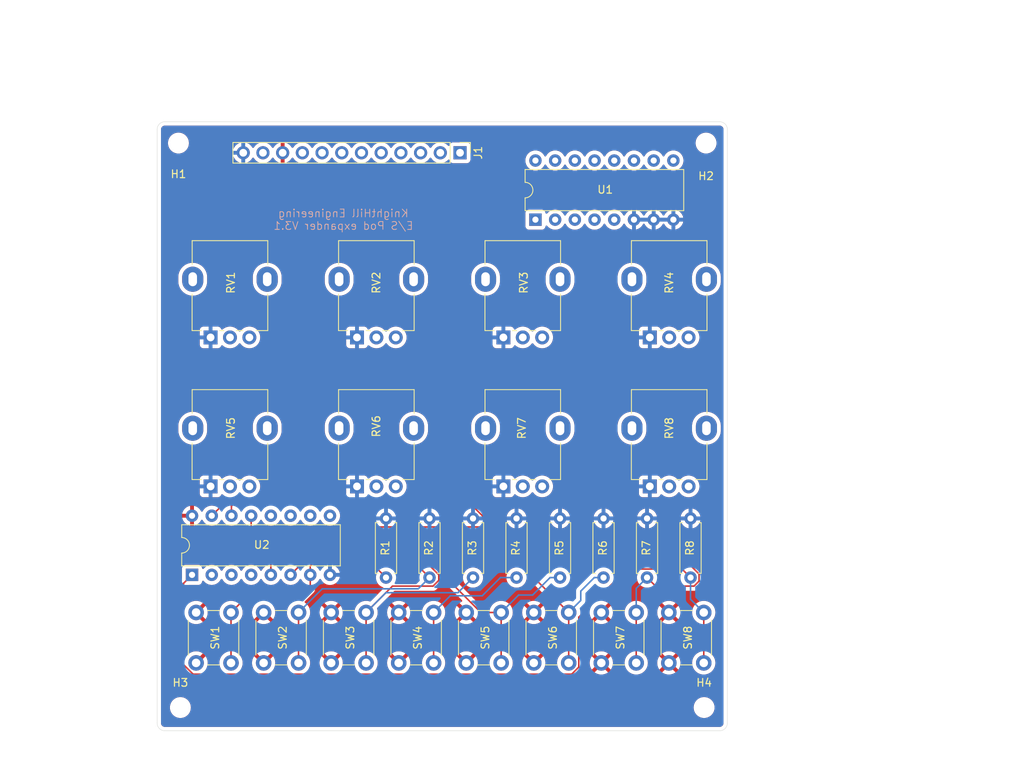
<source format=kicad_pcb>
(kicad_pcb (version 20221018) (generator pcbnew)
  (layers (0 "F.Cu" signal) (31 "B.Cu" signal) (36 "B.SilkS" user "B.Silkscreen") (37 "F.SilkS" user "F.Silkscreen") (38 "B.Mask" user) (39 "F.Mask" user) (44 "Edge.Cuts" user))
  (net 0 "")
  (net 1 "/D11")
  (net 2 "/D12")
  (net 3 "/A7{slash}D22")
  (net 4 "/A1{slash}D16")
  (net 5 "VDDA")
  (net 6 "VDD")
  (net 7 "/VIN")
  (net 8 "GND")
  (net 9 "/RV1")
  (net 10 "/RV2")
  (net 11 "/RV3")
  (net 12 "/RV4")
  (net 13 "/RV5")
  (net 14 "/RV6")
  (net 16 "/RV7")
  (net 17 "/RV8")
  (net 21 "/SW1")
  (net 22 "/SW2")
  (net 23 "/SW3")
  (net 24 "/SW4")
  (net 25 "/SW5")
  (net 26 "/SW6")
  (net 27 "/SW7")
  (net 28 "/SW8")
  (net 29 "/A")
  (net 30 "/B")
  (net 31 "/C")
  (net 32 "/CP")
  (footprint "Button_Switch_THT:SW_PUSH_6mm" (layer "F.Cu") (at 176.20429 155.44 90)
    (fp_text reference "SW8" (at 3.25 2.45429 90) (layer "F.SilkS"))
    (fp_text value "SW_Push")
    (fp_line (start -0.25 1.5) (end -0.25 3) (stroke (width 0.12)) (layer "F.SilkS"))
    (fp_line (start 1 5.5) (end 5.5 5.5) (stroke (width 0.12)) (layer "F.SilkS"))
    (fp_line (start 5.5 -1) (end 1 -1) (stroke (width 0.12)) (layer "F.SilkS"))
    (fp_line (start 6.75 3) (end 6.75 1.5) (stroke (width 0.12)) (layer "F.SilkS"))
    (pad "1" thru_hole circle (at 0 0 180) (size 2 2) (drill 1.1) (layers "*.Cu" "*.Mask") (net 6 "VDD"))
    (pad "1" thru_hole circle (at 6.5 0 180) (size 2 2) (drill 1.1) (layers "*.Cu" "*.Mask") (net 6 "VDD"))
    (pad "2" thru_hole circle (at 0 4.5 180) (size 2 2) (drill 1.1) (layers "*.Cu" "*.Mask") (net 28 "/SW8"))
    (pad "2" thru_hole circle (at 6.5 4.5 180) (size 2 2) (drill 1.1) (layers "*.Cu" "*.Mask") (net 28 "/SW8"))
  )
  (footprint "Button_Switch_THT:SW_PUSH_6mm" (layer "F.Cu") (at 123.978575 155.44 90)
    (fp_text reference "SW2" (at 3.25 2.45429 90) (layer "F.SilkS"))
    (fp_text value "SW_Push")
    (fp_line (start -0.25 1.5) (end -0.25 3) (stroke (width 0.12)) (layer "F.SilkS"))
    (fp_line (start 1 5.5) (end 5.5 5.5) (stroke (width 0.12)) (layer "F.SilkS"))
    (fp_line (start 5.5 -1) (end 1 -1) (stroke (width 0.12)) (layer "F.SilkS"))
    (fp_line (start 6.75 3) (end 6.75 1.5) (stroke (width 0.12)) (layer "F.SilkS"))
    (pad "1" thru_hole circle (at 0 0 180) (size 2 2) (drill 1.1) (layers "*.Cu" "*.Mask") (net 6 "VDD"))
    (pad "1" thru_hole circle (at 6.5 0 180) (size 2 2) (drill 1.1) (layers "*.Cu" "*.Mask") (net 6 "VDD"))
    (pad "2" thru_hole circle (at 0 4.5 180) (size 2 2) (drill 1.1) (layers "*.Cu" "*.Mask") (net 22 "/SW2"))
    (pad "2" thru_hole circle (at 6.5 4.5 180) (size 2 2) (drill 1.1) (layers "*.Cu" "*.Mask") (net 22 "/SW2"))
  )
  (footprint "Potentiometer_THT:Potentiometer_Alpha_RD901F-40-00D_Single_Vertical" (layer "F.Cu") (at 136.01 132.69 90)
    (fp_text reference "RV6" (at 7.75 2.49 90) (layer "F.SilkS"))
    (fp_text value "10k")
    (fp_line (start 0.88 -2.38) (end 5.6 -2.38) (stroke (width 0.12)) (layer "F.SilkS"))
    (fp_line (start 0.88 -1.19) (end 0.88 -2.37) (stroke (width 0.12)) (layer "F.SilkS"))
    (fp_line (start 0.88 1.71) (end 0.88 1.18) (stroke (width 0.12)) (layer "F.SilkS"))
    (fp_line (start 0.88 4.16) (end 0.88 3.33) (stroke (width 0.12)) (layer "F.SilkS"))
    (fp_line (start 0.88 7.37) (end 0.88 5.88) (stroke (width 0.12)) (layer "F.SilkS"))
    (fp_line (start 0.88 7.37) (end 5.6 7.37) (stroke (width 0.12)) (layer "F.SilkS"))
    (fp_line (start 9.41 -2.37) (end 12.47 -2.37) (stroke (width 0.12)) (layer "F.SilkS"))
    (fp_line (start 9.41 7.37) (end 12.47 7.37) (stroke (width 0.12)) (layer "F.SilkS"))
    (fp_line (start 12.47 7.37) (end 12.47 -2.37) (stroke (width 0.12)) (layer "F.SilkS"))
    (pad "" thru_hole oval (at 7.5 -2.3 180) (size 2.72 3.24) (drill oval 1.1 1.8) (layers "*.Cu" "*.Mask"))
    (pad "" thru_hole oval (at 7.5 7.3 180) (size 2.72 3.24) (drill oval 1.1 1.8) (layers "*.Cu" "*.Mask"))
    (pad "1" thru_hole rect (at 0 0 180) (size 1.8 1.8) (drill 1) (layers "*.Cu" "*.Mask") (net 8 "GND"))
    (pad "2" thru_hole circle (at 0 2.5 180) (size 1.8 1.8) (drill 1) (layers "*.Cu" "*.Mask") (net 14 "/RV6"))
    (pad "3" thru_hole circle (at 0 5 180) (size 1.8 1.8) (drill 1) (layers "*.Cu" "*.Mask") (net 5 "VDDA"))
  )
  (footprint "Button_Switch_THT:SW_PUSH_6mm" (layer "F.Cu") (at 115.27429 155.44 90)
    (fp_text reference "SW1" (at 3.25 2.45429 90) (layer "F.SilkS"))
    (fp_text value "SW_Push")
    (fp_line (start -0.25 1.5) (end -0.25 3) (stroke (width 0.12)) (layer "F.SilkS"))
    (fp_line (start 1 5.5) (end 5.5 5.5) (stroke (width 0.12)) (layer "F.SilkS"))
    (fp_line (start 5.5 -1) (end 1 -1) (stroke (width 0.12)) (layer "F.SilkS"))
    (fp_line (start 6.75 3) (end 6.75 1.5) (stroke (width 0.12)) (layer "F.SilkS"))
    (pad "1" thru_hole circle (at 0 0 180) (size 2 2) (drill 1.1) (layers "*.Cu" "*.Mask") (net 6 "VDD"))
    (pad "1" thru_hole circle (at 6.5 0 180) (size 2 2) (drill 1.1) (layers "*.Cu" "*.Mask") (net 6 "VDD"))
    (pad "2" thru_hole circle (at 0 4.5 180) (size 2 2) (drill 1.1) (layers "*.Cu" "*.Mask") (net 21 "/SW1"))
    (pad "2" thru_hole circle (at 6.5 4.5 180) (size 2 2) (drill 1.1) (layers "*.Cu" "*.Mask") (net 21 "/SW1"))
  )
  (footprint "Resistor_THT:R_Axial_DIN0207_L6.3mm_D2.5mm_P7.62mm_Horizontal" (layer "F.Cu") (at 167.78571 144.44 90)
    (fp_text reference "R6" (at 3.81 -0.091425 90) (layer "F.SilkS"))
    (fp_text value "10k")
    (fp_line (start 0.54 -1.37) (end 7.08 -1.37) (stroke (width 0.12)) (layer "F.SilkS"))
    (fp_line (start 0.54 -1.04) (end 0.54 -1.37) (stroke (width 0.12)) (layer "F.SilkS"))
    (fp_line (start 0.54 1.04) (end 0.54 1.37) (stroke (width 0.12)) (layer "F.SilkS"))
    (fp_line (start 0.54 1.37) (end 7.08 1.37) (stroke (width 0.12)) (layer "F.SilkS"))
    (fp_line (start 7.08 -1.37) (end 7.08 -1.04) (stroke (width 0.12)) (layer "F.SilkS"))
    (fp_line (start 7.08 1.37) (end 7.08 1.04) (stroke (width 0.12)) (layer "F.SilkS"))
    (pad "1" thru_hole circle (at 0 0 90) (size 1.6 1.6) (drill 0.8) (layers "*.Cu" "*.Mask") (net 26 "/SW6"))
    (pad "2" thru_hole oval (at 7.62 0 90) (size 1.6 1.6) (drill 0.8) (layers "*.Cu" "*.Mask") (net 8 "GND"))
  )
  (footprint "Package_DIP:DIP-16_W7.62mm" (layer "F.Cu") (at 159.01 98.31 90)
    (fp_text reference "U1" (at 3.87 8.99 180) (layer "F.SilkS"))
    (fp_text value "4051")
    (fp_line (start 1.16 -1.33) (end 1.16 19.11) (stroke (width 0.12)) (layer "F.SilkS"))
    (fp_line (start 1.16 19.11) (end 6.46 19.11) (stroke (width 0.12)) (layer "F.SilkS"))
    (fp_line (start 2.81 -1.33) (end 1.16 -1.33) (stroke (width 0.12)) (layer "F.SilkS"))
    (fp_line (start 6.46 -1.33) (end 4.81 -1.33) (stroke (width 0.12)) (layer "F.SilkS"))
    (fp_line (start 6.46 19.11) (end 6.46 -1.33) (stroke (width 0.12)) (layer "F.SilkS"))
    (fp_arc (start 4.81 -1.33) (mid 3.81 -0.33) (end 2.81 -1.33) (stroke (width 0.12)) (layer "F.SilkS"))
    (pad "1" thru_hole rect (at 0 0 90) (size 1.6 1.6) (drill 0.8) (layers "*.Cu" "*.Mask") (net 9 "/RV1"))
    (pad "2" thru_hole oval (at 0 2.54 90) (size 1.6 1.6) (drill 0.8) (layers "*.Cu" "*.Mask") (net 11 "/RV3"))
    (pad "3" thru_hole oval (at 0 5.08 90) (size 1.6 1.6) (drill 0.8) (layers "*.Cu" "*.Mask"))
    (pad "4" thru_hole oval (at 0 7.62 90) (size 1.6 1.6) (drill 0.8) (layers "*.Cu" "*.Mask") (net 12 "/RV4"))
    (pad "5" thru_hole oval (at 0 10.16 90) (size 1.6 1.6) (drill 0.8) (layers "*.Cu" "*.Mask") (net 10 "/RV2"))
    (pad "6" thru_hole oval (at 0 12.7 90) (size 1.6 1.6) (drill 0.8) (layers "*.Cu" "*.Mask") (net 8 "GND"))
    (pad "7" thru_hole oval (at 0 15.24 90) (size 1.6 1.6) (drill 0.8) (layers "*.Cu" "*.Mask") (net 8 "GND"))
    (pad "8" thru_hole oval (at 0 17.78 90) (size 1.6 1.6) (drill 0.8) (layers "*.Cu" "*.Mask") (net 8 "GND"))
    (pad "9" thru_hole oval (at 7.62 17.78 90) (size 1.6 1.6) (drill 0.8) (layers "*.Cu" "*.Mask") (net 31 "/C"))
    (pad "10" thru_hole oval (at 7.62 15.24 90) (size 1.6 1.6) (drill 0.8) (layers "*.Cu" "*.Mask") (net 30 "/B"))
    (pad "11" thru_hole oval (at 7.62 12.7 90) (size 1.6 1.6) (drill 0.8) (layers "*.Cu" "*.Mask") (net 29 "/A"))
    (pad "12" thru_hole oval (at 7.62 10.16 90) (size 1.6 1.6) (drill 0.8) (layers "*.Cu" "*.Mask") (net 13 "/RV5"))
    (pad "13" thru_hole oval (at 7.62 7.62 90) (size 1.6 1.6) (drill 0.8) (layers "*.Cu" "*.Mask") (net 14 "/RV6"))
    (pad "14" thru_hole oval (at 7.62 5.08 90) (size 1.6 1.6) (drill 0.8) (layers "*.Cu" "*.Mask") (net 16 "/RV7"))
    (pad "15" thru_hole oval (at 7.62 2.54 90) (size 1.6 1.6) (drill 0.8) (layers "*.Cu" "*.Mask") (net 17 "/RV8"))
    (pad "16" thru_hole oval (at 7.62 0 90) (size 1.6 1.6) (drill 0.8) (layers "*.Cu" "*.Mask") (net 5 "VDDA"))
  )
  (footprint "Button_Switch_THT:SW_PUSH_6mm" (layer "F.Cu") (at 158.795715 155.44 90)
    (fp_text reference "SW6" (at 3.25 2.45429 90) (layer "F.SilkS"))
    (fp_text value "SW_Push")
    (fp_line (start -0.25 1.5) (end -0.25 3) (stroke (width 0.12)) (layer "F.SilkS"))
    (fp_line (start 1 5.5) (end 5.5 5.5) (stroke (width 0.12)) (layer "F.SilkS"))
    (fp_line (start 5.5 -1) (end 1 -1) (stroke (width 0.12)) (layer "F.SilkS"))
    (fp_line (start 6.75 3) (end 6.75 1.5) (stroke (width 0.12)) (layer "F.SilkS"))
    (pad "1" thru_hole circle (at 0 0 180) (size 2 2) (drill 1.1) (layers "*.Cu" "*.Mask") (net 6 "VDD"))
    (pad "1" thru_hole circle (at 6.5 0 180) (size 2 2) (drill 1.1) (layers "*.Cu" "*.Mask") (net 6 "VDD"))
    (pad "2" thru_hole circle (at 0 4.5 180) (size 2 2) (drill 1.1) (layers "*.Cu" "*.Mask") (net 26 "/SW6"))
    (pad "2" thru_hole circle (at 6.5 4.5 180) (size 2 2) (drill 1.1) (layers "*.Cu" "*.Mask") (net 26 "/SW6"))
  )
  (footprint "Resistor_THT:R_Axial_DIN0207_L6.3mm_D2.5mm_P7.62mm_Horizontal" (layer "F.Cu") (at 179 144.44 90)
    (fp_text reference "R8" (at 3.81 -0.091425 90) (layer "F.SilkS"))
    (fp_text value "10k")
    (fp_line (start 0.54 -1.37) (end 7.08 -1.37) (stroke (width 0.12)) (layer "F.SilkS"))
    (fp_line (start 0.54 -1.04) (end 0.54 -1.37) (stroke (width 0.12)) (layer "F.SilkS"))
    (fp_line (start 0.54 1.04) (end 0.54 1.37) (stroke (width 0.12)) (layer "F.SilkS"))
    (fp_line (start 0.54 1.37) (end 7.08 1.37) (stroke (width 0.12)) (layer "F.SilkS"))
    (fp_line (start 7.08 -1.37) (end 7.08 -1.04) (stroke (width 0.12)) (layer "F.SilkS"))
    (fp_line (start 7.08 1.37) (end 7.08 1.04) (stroke (width 0.12)) (layer "F.SilkS"))
    (pad "1" thru_hole circle (at 0 0 90) (size 1.6 1.6) (drill 0.8) (layers "*.Cu" "*.Mask") (net 28 "/SW8"))
    (pad "2" thru_hole oval (at 7.62 0 90) (size 1.6 1.6) (drill 0.8) (layers "*.Cu" "*.Mask") (net 8 "GND"))
  )
  (footprint "MountingHole:MountingHole_2.2mm_M2" (layer "F.Cu") (at 113 88.44)
    (fp_text reference "H1" (at 0 4) (layer "F.SilkS"))
    (fp_text value "MountingHole")
    (pad "" np_thru_hole circle (at 0 0) (size 2.2 2.2) (drill 2.2) (layers "*.Cu" "*.Mask"))
  )
  (footprint "Potentiometer_THT:Potentiometer_Alpha_RD901F-40-00D_Single_Vertical" (layer "F.Cu") (at 173.75 132.69 90)
    (fp_text reference "RV8" (at 7.5 2.5 90) (layer "F.SilkS"))
    (fp_text value "10k")
    (fp_line (start 0.88 -2.38) (end 5.6 -2.38) (stroke (width 0.12)) (layer "F.SilkS"))
    (fp_line (start 0.88 -1.19) (end 0.88 -2.37) (stroke (width 0.12)) (layer "F.SilkS"))
    (fp_line (start 0.88 1.71) (end 0.88 1.18) (stroke (width 0.12)) (layer "F.SilkS"))
    (fp_line (start 0.88 4.16) (end 0.88 3.33) (stroke (width 0.12)) (layer "F.SilkS"))
    (fp_line (start 0.88 7.37) (end 0.88 5.88) (stroke (width 0.12)) (layer "F.SilkS"))
    (fp_line (start 0.88 7.37) (end 5.6 7.37) (stroke (width 0.12)) (layer "F.SilkS"))
    (fp_line (start 9.41 -2.37) (end 12.47 -2.37) (stroke (width 0.12)) (layer "F.SilkS"))
    (fp_line (start 9.41 7.37) (end 12.47 7.37) (stroke (width 0.12)) (layer "F.SilkS"))
    (fp_line (start 12.47 7.37) (end 12.47 -2.37) (stroke (width 0.12)) (layer "F.SilkS"))
    (pad "" thru_hole oval (at 7.5 -2.3 180) (size 2.72 3.24) (drill oval 1.1 1.8) (layers "*.Cu" "*.Mask"))
    (pad "" thru_hole oval (at 7.5 7.3 180) (size 2.72 3.24) (drill oval 1.1 1.8) (layers "*.Cu" "*.Mask"))
    (pad "1" thru_hole rect (at 0 0 180) (size 1.8 1.8) (drill 1) (layers "*.Cu" "*.Mask") (net 8 "GND"))
    (pad "2" thru_hole circle (at 0 2.5 180) (size 1.8 1.8) (drill 1) (layers "*.Cu" "*.Mask") (net 17 "/RV8"))
    (pad "3" thru_hole circle (at 0 5 180) (size 1.8 1.8) (drill 1) (layers "*.Cu" "*.Mask") (net 5 "VDDA"))
  )
  (footprint "MountingHole:MountingHole_2.2mm_M2" (layer "F.Cu") (at 113.25 161.19)
    (fp_text reference "H3" (at 0 -3.2) (layer "F.SilkS"))
    (fp_text value "MountingHole")
    (pad "" np_thru_hole circle (at 0 0) (size 2.2 2.2) (drill 2.2) (layers "*.Cu" "*.Mask"))
  )
  (footprint "Potentiometer_THT:Potentiometer_Alpha_RD901F-40-00D_Single_Vertical" (layer "F.Cu") (at 117.14 113.49 90)
    (fp_text reference "RV1" (at 7.05 2.61 90) (layer "F.SilkS"))
    (fp_text value "10k")
    (fp_line (start 0.88 -2.38) (end 5.6 -2.38) (stroke (width 0.12)) (layer "F.SilkS"))
    (fp_line (start 0.88 -1.19) (end 0.88 -2.37) (stroke (width 0.12)) (layer "F.SilkS"))
    (fp_line (start 0.88 1.71) (end 0.88 1.18) (stroke (width 0.12)) (layer "F.SilkS"))
    (fp_line (start 0.88 4.16) (end 0.88 3.33) (stroke (width 0.12)) (layer "F.SilkS"))
    (fp_line (start 0.88 7.37) (end 0.88 5.88) (stroke (width 0.12)) (layer "F.SilkS"))
    (fp_line (start 0.88 7.37) (end 5.6 7.37) (stroke (width 0.12)) (layer "F.SilkS"))
    (fp_line (start 9.41 -2.37) (end 12.47 -2.37) (stroke (width 0.12)) (layer "F.SilkS"))
    (fp_line (start 9.41 7.37) (end 12.47 7.37) (stroke (width 0.12)) (layer "F.SilkS"))
    (fp_line (start 12.47 7.37) (end 12.47 -2.37) (stroke (width 0.12)) (layer "F.SilkS"))
    (pad "" thru_hole oval (at 7.5 -2.3 180) (size 2.72 3.24) (drill oval 1.1 1.8) (layers "*.Cu" "*.Mask"))
    (pad "" thru_hole oval (at 7.5 7.3 180) (size 2.72 3.24) (drill oval 1.1 1.8) (layers "*.Cu" "*.Mask"))
    (pad "1" thru_hole rect (at 0 0 180) (size 1.8 1.8) (drill 1) (layers "*.Cu" "*.Mask") (net 8 "GND"))
    (pad "2" thru_hole circle (at 0 2.5 180) (size 1.8 1.8) (drill 1) (layers "*.Cu" "*.Mask") (net 9 "/RV1"))
    (pad "3" thru_hole circle (at 0 5 180) (size 1.8 1.8) (drill 1) (layers "*.Cu" "*.Mask") (net 5 "VDDA"))
  )
  (footprint "Potentiometer_THT:Potentiometer_Alpha_RD901F-40-00D_Single_Vertical" (layer "F.Cu") (at 154.88 113.49 90)
    (fp_text reference "RV3" (at 7.05 2.62 90) (layer "F.SilkS"))
    (fp_text value "10k")
    (fp_line (start 0.88 -2.38) (end 5.6 -2.38) (stroke (width 0.12)) (layer "F.SilkS"))
    (fp_line (start 0.88 -1.19) (end 0.88 -2.37) (stroke (width 0.12)) (layer "F.SilkS"))
    (fp_line (start 0.88 1.71) (end 0.88 1.18) (stroke (width 0.12)) (layer "F.SilkS"))
    (fp_line (start 0.88 4.16) (end 0.88 3.33) (stroke (width 0.12)) (layer "F.SilkS"))
    (fp_line (start 0.88 7.37) (end 0.88 5.88) (stroke (width 0.12)) (layer "F.SilkS"))
    (fp_line (start 0.88 7.37) (end 5.6 7.37) (stroke (width 0.12)) (layer "F.SilkS"))
    (fp_line (start 9.41 -2.37) (end 12.47 -2.37) (stroke (width 0.12)) (layer "F.SilkS"))
    (fp_line (start 9.41 7.37) (end 12.47 7.37) (stroke (width 0.12)) (layer "F.SilkS"))
    (fp_line (start 12.47 7.37) (end 12.47 -2.37) (stroke (width 0.12)) (layer "F.SilkS"))
    (pad "" thru_hole oval (at 7.5 -2.3 180) (size 2.72 3.24) (drill oval 1.1 1.8) (layers "*.Cu" "*.Mask"))
    (pad "" thru_hole oval (at 7.5 7.3 180) (size 2.72 3.24) (drill oval 1.1 1.8) (layers "*.Cu" "*.Mask"))
    (pad "1" thru_hole rect (at 0 0 180) (size 1.8 1.8) (drill 1) (layers "*.Cu" "*.Mask") (net 8 "GND"))
    (pad "2" thru_hole circle (at 0 2.5 180) (size 1.8 1.8) (drill 1) (layers "*.Cu" "*.Mask") (net 11 "/RV3"))
    (pad "3" thru_hole circle (at 0 5 180) (size 1.8 1.8) (drill 1) (layers "*.Cu" "*.Mask") (net 5 "VDDA"))
  )
  (footprint "Potentiometer_THT:Potentiometer_Alpha_RD901F-40-00D_Single_Vertical" (layer "F.Cu") (at 117.14 132.69 90)
    (fp_text reference "RV5" (at 7.5 2.61 90) (layer "F.SilkS"))
    (fp_text value "10k")
    (fp_line (start 0.88 -2.38) (end 5.6 -2.38) (stroke (width 0.12)) (layer "F.SilkS"))
    (fp_line (start 0.88 -1.19) (end 0.88 -2.37) (stroke (width 0.12)) (layer "F.SilkS"))
    (fp_line (start 0.88 1.71) (end 0.88 1.18) (stroke (width 0.12)) (layer "F.SilkS"))
    (fp_line (start 0.88 4.16) (end 0.88 3.33) (stroke (width 0.12)) (layer "F.SilkS"))
    (fp_line (start 0.88 7.37) (end 0.88 5.88) (stroke (width 0.12)) (layer "F.SilkS"))
    (fp_line (start 0.88 7.37) (end 5.6 7.37) (stroke (width 0.12)) (layer "F.SilkS"))
    (fp_line (start 9.41 -2.37) (end 12.47 -2.37) (stroke (width 0.12)) (layer "F.SilkS"))
    (fp_line (start 9.41 7.37) (end 12.47 7.37) (stroke (width 0.12)) (layer "F.SilkS"))
    (fp_line (start 12.47 7.37) (end 12.47 -2.37) (stroke (width 0.12)) (layer "F.SilkS"))
    (pad "" thru_hole oval (at 7.5 -2.3 180) (size 2.72 3.24) (drill oval 1.1 1.8) (layers "*.Cu" "*.Mask"))
    (pad "" thru_hole oval (at 7.5 7.3 180) (size 2.72 3.24) (drill oval 1.1 1.8) (layers "*.Cu" "*.Mask"))
    (pad "1" thru_hole rect (at 0 0 180) (size 1.8 1.8) (drill 1) (layers "*.Cu" "*.Mask") (net 8 "GND"))
    (pad "2" thru_hole circle (at 0 2.5 180) (size 1.8 1.8) (drill 1) (layers "*.Cu" "*.Mask") (net 13 "/RV5"))
    (pad "3" thru_hole circle (at 0 5 180) (size 1.8 1.8) (drill 1) (layers "*.Cu" "*.Mask") (net 5 "VDDA"))
  )
  (footprint "Resistor_THT:R_Axial_DIN0207_L6.3mm_D2.5mm_P7.62mm_Horizontal" (layer "F.Cu") (at 150.964284 144.44 90)
    (fp_text reference "R3" (at 3.81 -0.091425 90) (layer "F.SilkS"))
    (fp_text value "10k")
    (fp_line (start 0.54 -1.37) (end 7.08 -1.37) (stroke (width 0.12)) (layer "F.SilkS"))
    (fp_line (start 0.54 -1.04) (end 0.54 -1.37) (stroke (width 0.12)) (layer "F.SilkS"))
    (fp_line (start 0.54 1.04) (end 0.54 1.37) (stroke (width 0.12)) (layer "F.SilkS"))
    (fp_line (start 0.54 1.37) (end 7.08 1.37) (stroke (width 0.12)) (layer "F.SilkS"))
    (fp_line (start 7.08 -1.37) (end 7.08 -1.04) (stroke (width 0.12)) (layer "F.SilkS"))
    (fp_line (start 7.08 1.37) (end 7.08 1.04) (stroke (width 0.12)) (layer "F.SilkS"))
    (pad "1" thru_hole circle (at 0 0 90) (size 1.6 1.6) (drill 0.8) (layers "*.Cu" "*.Mask") (net 23 "/SW3"))
    (pad "2" thru_hole oval (at 7.62 0 90) (size 1.6 1.6) (drill 0.8) (layers "*.Cu" "*.Mask") (net 8 "GND"))
  )
  (footprint "Resistor_THT:R_Axial_DIN0207_L6.3mm_D2.5mm_P7.62mm_Horizontal" (layer "F.Cu") (at 156.571426 144.44 90)
    (fp_text reference "R4" (at 3.81 -0.091425 90) (layer "F.SilkS"))
    (fp_text value "10k")
    (fp_line (start 0.54 -1.37) (end 7.08 -1.37) (stroke (width 0.12)) (layer "F.SilkS"))
    (fp_line (start 0.54 -1.04) (end 0.54 -1.37) (stroke (width 0.12)) (layer "F.SilkS"))
    (fp_line (start 0.54 1.04) (end 0.54 1.37) (stroke (width 0.12)) (layer "F.SilkS"))
    (fp_line (start 0.54 1.37) (end 7.08 1.37) (stroke (width 0.12)) (layer "F.SilkS"))
    (fp_line (start 7.08 -1.37) (end 7.08 -1.04) (stroke (width 0.12)) (layer "F.SilkS"))
    (fp_line (start 7.08 1.37) (end 7.08 1.04) (stroke (width 0.12)) (layer "F.SilkS"))
    (pad "1" thru_hole circle (at 0 0 90) (size 1.6 1.6) (drill 0.8) (layers "*.Cu" "*.Mask") (net 24 "/SW4"))
    (pad "2" thru_hole oval (at 7.62 0 90) (size 1.6 1.6) (drill 0.8) (layers "*.Cu" "*.Mask") (net 8 "GND"))
  )
  (footprint "Resistor_THT:R_Axial_DIN0207_L6.3mm_D2.5mm_P7.62mm_Horizontal" (layer "F.Cu") (at 139.75 144.44 90)
    (fp_text reference "R1" (at 3.81 -0.091425 90) (layer "F.SilkS"))
    (fp_text value "10k")
    (fp_line (start 0.54 -1.37) (end 7.08 -1.37) (stroke (width 0.12)) (layer "F.SilkS"))
    (fp_line (start 0.54 -1.04) (end 0.54 -1.37) (stroke (width 0.12)) (layer "F.SilkS"))
    (fp_line (start 0.54 1.04) (end 0.54 1.37) (stroke (width 0.12)) (layer "F.SilkS"))
    (fp_line (start 0.54 1.37) (end 7.08 1.37) (stroke (width 0.12)) (layer "F.SilkS"))
    (fp_line (start 7.08 -1.37) (end 7.08 -1.04) (stroke (width 0.12)) (layer "F.SilkS"))
    (fp_line (start 7.08 1.37) (end 7.08 1.04) (stroke (width 0.12)) (layer "F.SilkS"))
    (pad "1" thru_hole circle (at 0 0 90) (size 1.6 1.6) (drill 0.8) (layers "*.Cu" "*.Mask") (net 21 "/SW1"))
    (pad "2" thru_hole oval (at 7.62 0 90) (size 1.6 1.6) (drill 0.8) (layers "*.Cu" "*.Mask") (net 8 "GND"))
  )
  (footprint "MountingHole:MountingHole_2.2mm_M2" (layer "F.Cu") (at 181 88.44)
    (fp_text reference "H2" (at 0 4.25) (layer "F.SilkS"))
    (fp_text value "MountingHole")
    (pad "" np_thru_hole circle (at 0 0) (size 2.2 2.2) (drill 2.2) (layers "*.Cu" "*.Mask"))
  )
  (footprint "Button_Switch_THT:SW_PUSH_6mm" (layer "F.Cu") (at 132.68286 155.44 90)
    (fp_text reference "SW3" (at 3.25 2.45429 90) (layer "F.SilkS"))
    (fp_text value "SW_Push")
    (fp_line (start -0.25 1.5) (end -0.25 3) (stroke (width 0.12)) (layer "F.SilkS"))
    (fp_line (start 1 5.5) (end 5.5 5.5) (stroke (width 0.12)) (layer "F.SilkS"))
    (fp_line (start 5.5 -1) (end 1 -1) (stroke (width 0.12)) (layer "F.SilkS"))
    (fp_line (start 6.75 3) (end 6.75 1.5) (stroke (width 0.12)) (layer "F.SilkS"))
    (pad "1" thru_hole circle (at 0 0 180) (size 2 2) (drill 1.1) (layers "*.Cu" "*.Mask") (net 6 "VDD"))
    (pad "1" thru_hole circle (at 6.5 0 180) (size 2 2) (drill 1.1) (layers "*.Cu" "*.Mask") (net 6 "VDD"))
    (pad "2" thru_hole circle (at 0 4.5 180) (size 2 2) (drill 1.1) (layers "*.Cu" "*.Mask") (net 23 "/SW3"))
    (pad "2" thru_hole circle (at 6.5 4.5 180) (size 2 2) (drill 1.1) (layers "*.Cu" "*.Mask") (net 23 "/SW3"))
  )
  (footprint "Potentiometer_THT:Potentiometer_Alpha_RD901F-40-00D_Single_Vertical" (layer "F.Cu") (at 154.88 132.69 90)
    (fp_text reference "RV7" (at 7.5 2.37 90) (layer "F.SilkS"))
    (fp_text value "10k")
    (fp_line (start 0.88 -2.38) (end 5.6 -2.38) (stroke (width 0.12)) (layer "F.SilkS"))
    (fp_line (start 0.88 -1.19) (end 0.88 -2.37) (stroke (width 0.12)) (layer "F.SilkS"))
    (fp_line (start 0.88 1.71) (end 0.88 1.18) (stroke (width 0.12)) (layer "F.SilkS"))
    (fp_line (start 0.88 4.16) (end 0.88 3.33) (stroke (width 0.12)) (layer "F.SilkS"))
    (fp_line (start 0.88 7.37) (end 0.88 5.88) (stroke (width 0.12)) (layer "F.SilkS"))
    (fp_line (start 0.88 7.37) (end 5.6 7.37) (stroke (width 0.12)) (layer "F.SilkS"))
    (fp_line (start 9.41 -2.37) (end 12.47 -2.37) (stroke (width 0.12)) (layer "F.SilkS"))
    (fp_line (start 9.41 7.37) (end 12.47 7.37) (stroke (width 0.12)) (layer "F.SilkS"))
    (fp_line (start 12.47 7.37) (end 12.47 -2.37) (stroke (width 0.12)) (layer "F.SilkS"))
    (pad "" thru_hole oval (at 7.5 -2.3 180) (size 2.72 3.24) (drill oval 1.1 1.8) (layers "*.Cu" "*.Mask"))
    (pad "" thru_hole oval (at 7.5 7.3 180) (size 2.72 3.24) (drill oval 1.1 1.8) (layers "*.Cu" "*.Mask"))
    (pad "1" thru_hole rect (at 0 0 180) (size 1.8 1.8) (drill 1) (layers "*.Cu" "*.Mask") (net 8 "GND"))
    (pad "2" thru_hole circle (at 0 2.5 180) (size 1.8 1.8) (drill 1) (layers "*.Cu" "*.Mask") (net 16 "/RV7"))
    (pad "3" thru_hole circle (at 0 5 180) (size 1.8 1.8) (drill 1) (layers "*.Cu" "*.Mask") (net 5 "VDDA"))
  )
  (footprint "Package_DIP:DIP-16_W7.62mm" (layer "F.Cu") (at 114.75 144.09 90)
    (fp_text reference "U2" (at 3.87 8.989585) (layer "F.SilkS"))
    (fp_text value "4021")
    (fp_line (start 1.16 -1.33) (end 1.16 19.11) (stroke (width 0.12)) (layer "F.SilkS"))
    (fp_line (start 1.16 19.11) (end 6.46 19.11) (stroke (width 0.12)) (layer "F.SilkS"))
    (fp_line (start 2.81 -1.33) (end 1.16 -1.33) (stroke (width 0.12)) (layer "F.SilkS"))
    (fp_line (start 6.46 -1.33) (end 4.81 -1.33) (stroke (width 0.12)) (layer "F.SilkS"))
    (fp_line (start 6.46 19.11) (end 6.46 -1.33) (stroke (width 0.12)) (layer "F.SilkS"))
    (fp_arc (start 4.81 -1.33) (mid 3.81 -0.33) (end 2.81 -1.33) (stroke (width 0.12)) (layer "F.SilkS"))
    (pad "1" thru_hole rect (at 0 0 90) (size 1.6 1.6) (drill 0.8) (layers "*.Cu" "*.Mask") (net 28 "/SW8"))
    (pad "2" thru_hole oval (at 0 2.54 90) (size 1.6 1.6) (drill 0.8) (layers "*.Cu" "*.Mask"))
    (pad "3" thru_hole oval (at 0 5.08 90) (size 1.6 1.6) (drill 0.8) (layers "*.Cu" "*.Mask"))
    (pad "4" thru_hole oval (at 0 7.62 90) (size 1.6 1.6) (drill 0.8) (layers "*.Cu" "*.Mask") (net 24 "/SW4"))
    (pad "5" thru_hole oval (at 0 10.16 90) (size 1.6 1.6) (drill 0.8) (layers "*.Cu" "*.Mask") (net 23 "/SW3"))
    (pad "6" thru_hole oval (at 0 12.7 90) (size 1.6 1.6) (drill 0.8) (layers "*.Cu" "*.Mask") (net 22 "/SW2"))
    (pad "7" thru_hole oval (at 0 15.24 90) (size 1.6 1.6) (drill 0.8) (layers "*.Cu" "*.Mask") (net 21 "/SW1"))
    (pad "8" thru_hole oval (at 0 17.78 90) (size 1.6 1.6) (drill 0.8) (layers "*.Cu" "*.Mask") (net 8 "GND"))
    (pad "9" thru_hole oval (at 7.62 17.78 90) (size 1.6 1.6) (drill 0.8) (layers "*.Cu" "*.Mask") (net 2 "/D12"))
    (pad "10" thru_hole oval (at 7.62 15.24 90) (size 1.6 1.6) (drill 0.8) (layers "*.Cu" "*.Mask") (net 32 "/CP"))
    (pad "11" thru_hole oval (at 7.62 12.7 90) (size 1.6 1.6) (drill 0.8) (layers "*.Cu" "*.Mask") (net 1 "/D11"))
    (pad "12" thru_hole oval (at 7.62 10.16 90) (size 1.6 1.6) (drill 0.8) (layers "*.Cu" "*.Mask"))
    (pad "13" thru_hole oval (at 7.62 7.62 90) (size 1.6 1.6) (drill 0.8) (layers "*.Cu" "*.Mask") (net 25 "/SW5"))
    (pad "14" thru_hole oval (at 7.62 5.08 90) (size 1.6 1.6) (drill 0.8) (layers "*.Cu" "*.Mask") (net 26 "/SW6"))
    (pad "15" thru_hole oval (at 7.62 2.54 90) (size 1.6 1.6) (drill 0.8) (layers "*.Cu" "*.Mask") (net 27 "/SW7"))
    (pad "16" thru_hole oval (at 7.62 0 90) (size 1.6 1.6) (drill 0.8) (layers "*.Cu" "*.Mask") (net 6 "VDD"))
  )
  (footprint "Button_Switch_THT:SW_PUSH_6mm" (layer "F.Cu") (at 150.09143 155.44 90)
    (fp_text reference "SW5" (at 3.25 2.45429 90) (layer "F.SilkS"))
    (fp_text value "SW_Push")
    (fp_line (start -0.25 1.5) (end -0.25 3) (stroke (width 0.12)) (layer "F.SilkS"))
    (fp_line (start 1 5.5) (end 5.5 5.5) (stroke (width 0.12)) (layer "F.SilkS"))
    (fp_line (start 5.5 -1) (end 1 -1) (stroke (width 0.12)) (layer "F.SilkS"))
    (fp_line (start 6.75 3) (end 6.75 1.5) (stroke (width 0.12)) (layer "F.SilkS"))
    (pad "1" thru_hole circle (at 0 0 180) (size 2 2) (drill 1.1) (layers "*.Cu" "*.Mask") (net 6 "VDD"))
    (pad "1" thru_hole circle (at 6.5 0 180) (size 2 2) (drill 1.1) (layers "*.Cu" "*.Mask") (net 6 "VDD"))
    (pad "2" thru_hole circle (at 0 4.5 180) (size 2 2) (drill 1.1) (layers "*.Cu" "*.Mask") (net 25 "/SW5"))
    (pad "2" thru_hole circle (at 6.5 4.5 180) (size 2 2) (drill 1.1) (layers "*.Cu" "*.Mask") (net 25 "/SW5"))
  )
  (footprint "Potentiometer_THT:Potentiometer_Alpha_RD901F-40-00D_Single_Vertical" (layer "F.Cu") (at 136.01 113.49 90)
    (fp_text reference "RV2" (at 7.05 2.49 90) (layer "F.SilkS"))
    (fp_text value "10k")
    (fp_line (start 0.88 -2.38) (end 5.6 -2.38) (stroke (width 0.12)) (layer "F.SilkS"))
    (fp_line (start 0.88 -1.19) (end 0.88 -2.37) (stroke (width 0.12)) (layer "F.SilkS"))
    (fp_line (start 0.88 1.71) (end 0.88 1.18) (stroke (width 0.12)) (layer "F.SilkS"))
    (fp_line (start 0.88 4.16) (end 0.88 3.33) (stroke (width 0.12)) (layer "F.SilkS"))
    (fp_line (start 0.88 7.37) (end 0.88 5.88) (stroke (width 0.12)) (layer "F.SilkS"))
    (fp_line (start 0.88 7.37) (end 5.6 7.37) (stroke (width 0.12)) (layer "F.SilkS"))
    (fp_line (start 9.41 -2.37) (end 12.47 -2.37) (stroke (width 0.12)) (layer "F.SilkS"))
    (fp_line (start 9.41 7.37) (end 12.47 7.37) (stroke (width 0.12)) (layer "F.SilkS"))
    (fp_line (start 12.47 7.37) (end 12.47 -2.37) (stroke (width 0.12)) (layer "F.SilkS"))
    (pad "" thru_hole oval (at 7.5 -2.3 180) (size 2.72 3.24) (drill oval 1.1 1.8) (layers "*.Cu" "*.Mask"))
    (pad "" thru_hole oval (at 7.5 7.3 180) (size 2.72 3.24) (drill oval 1.1 1.8) (layers "*.Cu" "*.Mask"))
    (pad "1" thru_hole rect (at 0 0 180) (size 1.8 1.8) (drill 1) (layers "*.Cu" "*.Mask") (net 8 "GND"))
    (pad "2" thru_hole circle (at 0 2.5 180) (size 1.8 1.8) (drill 1) (layers "*.Cu" "*.Mask") (net 10 "/RV2"))
    (pad "3" thru_hole circle (at 0 5 180) (size 1.8 1.8) (drill 1) (layers "*.Cu" "*.Mask") (net 5 "VDDA"))
  )
  (footprint "Resistor_THT:R_Axial_DIN0207_L6.3mm_D2.5mm_P7.62mm_Horizontal" (layer "F.Cu") (at 145.357142 144.44 90)
    (fp_text reference "R2" (at 3.81 -0.091425 90) (layer "F.SilkS"))
    (fp_text value "10k")
    (fp_line (start 0.54 -1.37) (end 7.08 -1.37) (stroke (width 0.12)) (layer "F.SilkS"))
    (fp_line (start 0.54 -1.04) (end 0.54 -1.37) (stroke (width 0.12)) (layer "F.SilkS"))
    (fp_line (start 0.54 1.04) (end 0.54 1.37) (stroke (width 0.12)) (layer "F.SilkS"))
    (fp_line (start 0.54 1.37) (end 7.08 1.37) (stroke (width 0.12)) (layer "F.SilkS"))
    (fp_line (start 7.08 -1.37) (end 7.08 -1.04) (stroke (width 0.12)) (layer "F.SilkS"))
    (fp_line (start 7.08 1.37) (end 7.08 1.04) (stroke (width 0.12)) (layer "F.SilkS"))
    (pad "1" thru_hole circle (at 0 0 90) (size 1.6 1.6) (drill 0.8) (layers "*.Cu" "*.Mask") (net 22 "/SW2"))
    (pad "2" thru_hole oval (at 7.62 0 90) (size 1.6 1.6) (drill 0.8) (layers "*.Cu" "*.Mask") (net 8 "GND"))
  )
  (footprint "Button_Switch_THT:SW_PUSH_6mm" (layer "F.Cu") (at 141.387145 155.44 90)
    (fp_text reference "SW4" (at 3.25 2.45429 90) (layer "F.SilkS"))
    (fp_text value "SW_Push")
    (fp_line (start -0.25 1.5) (end -0.25 3) (stroke (width 0.12)) (layer "F.SilkS"))
    (fp_line (start 1 5.5) (end 5.5 5.5) (stroke (width 0.12)) (layer "F.SilkS"))
    (fp_line (start 5.5 -1) (end 1 -1) (stroke (width 0.12)) (layer "F.SilkS"))
    (fp_line (start 6.75 3) (end 6.75 1.5) (stroke (width 0.12)) (layer "F.SilkS"))
    (pad "1" thru_hole circle (at 0 0 180) (size 2 2) (drill 1.1) (layers "*.Cu" "*.Mask") (net 6 "VDD"))
    (pad "1" thru_hole circle (at 6.5 0 180) (size 2 2) (drill 1.1) (layers "*.Cu" "*.Mask") (net 6 "VDD"))
    (pad "2" thru_hole circle (at 0 4.5 180) (size 2 2) (drill 1.1) (layers "*.Cu" "*.Mask") (net 24 "/SW4"))
    (pad "2" thru_hole circle (at 6.5 4.5 180) (size 2 2) (drill 1.1) (layers "*.Cu" "*.Mask") (net 24 "/SW4"))
  )
  (footprint "Resistor_THT:R_Axial_DIN0207_L6.3mm_D2.5mm_P7.62mm_Horizontal" (layer "F.Cu") (at 173.392852 144.44 90)
    (fp_text reference "R7" (at 3.81 -0.091425 90) (layer "F.SilkS"))
    (fp_text value "10k")
    (fp_line (start 0.54 -1.37) (end 7.08 -1.37) (stroke (width 0.12)) (layer "F.SilkS"))
    (fp_line (start 0.54 -1.04) (end 0.54 -1.37) (stroke (width 0.12)) (layer "F.SilkS"))
    (fp_line (start 0.54 1.04) (end 0.54 1.37) (stroke (width 0.12)) (layer "F.SilkS"))
    (fp_line (start 0.54 1.37) (end 7.08 1.37) (stroke (width 0.12)) (layer "F.SilkS"))
    (fp_line (start 7.08 -1.37) (end 7.08 -1.04) (stroke (width 0.12)) (layer "F.SilkS"))
    (fp_line (start 7.08 1.37) (end 7.08 1.04) (stroke (width 0.12)) (layer "F.SilkS"))
    (pad "1" thru_hole circle (at 0 0 90) (size 1.6 1.6) (drill 0.8) (layers "*.Cu" "*.Mask") (net 27 "/SW7"))
    (pad "2" thru_hole oval (at 7.62 0 90) (size 1.6 1.6) (drill 0.8) (layers "*.Cu" "*.Mask") (net 8 "GND"))
  )
  (footprint "MountingHole:MountingHole_2.2mm_M2" (layer "F.Cu") (at 180.75 161.19)
    (fp_text reference "H4" (at 0 -3.2) (layer "F.SilkS"))
    (fp_text value "MountingHole")
    (pad "" np_thru_hole circle (at 0 0) (size 2.2 2.2) (drill 2.2) (layers "*.Cu" "*.Mask"))
  )
  (footprint "Potentiometer_THT:Potentiometer_Alpha_RD901F-40-00D_Single_Vertical" (layer "F.Cu") (at 173.75 113.49 90)
    (fp_text reference "RV4" (at 7.05 2.5 90) (layer "F.SilkS"))
    (fp_text value "10k")
    (fp_line (start 0.88 -2.38) (end 5.6 -2.38) (stroke (width 0.12)) (layer "F.SilkS"))
    (fp_line (start 0.88 -1.19) (end 0.88 -2.37) (stroke (width 0.12)) (layer "F.SilkS"))
    (fp_line (start 0.88 1.71) (end 0.88 1.18) (stroke (width 0.12)) (layer "F.SilkS"))
    (fp_line (start 0.88 4.16) (end 0.88 3.33) (stroke (width 0.12)) (layer "F.SilkS"))
    (fp_line (start 0.88 7.37) (end 0.88 5.88) (stroke (width 0.12)) (layer "F.SilkS"))
    (fp_line (start 0.88 7.37) (end 5.6 7.37) (stroke (width 0.12)) (layer "F.SilkS"))
    (fp_line (start 9.41 -2.37) (end 12.47 -2.37) (stroke (width 0.12)) (layer "F.SilkS"))
    (fp_line (start 9.41 7.37) (end 12.47 7.37) (stroke (width 0.12)) (layer "F.SilkS"))
    (fp_line (start 12.47 7.37) (end 12.47 -2.37) (stroke (width 0.12)) (layer "F.SilkS"))
    (pad "" thru_hole oval (at 7.5 -2.3 180) (size 2.72 3.24) (drill oval 1.1 1.8) (layers "*.Cu" "*.Mask"))
    (pad "" thru_hole oval (at 7.5 7.3 180) (size 2.72 3.24) (drill oval 1.1 1.8) (layers "*.Cu" "*.Mask"))
    (pad "1" thru_hole rect (at 0 0 180) (size 1.8 1.8) (drill 1) (layers "*.Cu" "*.Mask") (net 8 "GND"))
    (pad "2" thru_hole circle (at 0 2.5 180) (size 1.8 1.8) (drill 1) (layers "*.Cu" "*.Mask") (net 12 "/RV4"))
    (pad "3" thru_hole circle (at 0 5 180) (size 1.8 1.8) (drill 1) (layers "*.Cu" "*.Mask") (net 5 "VDDA"))
  )
  (footprint "Button_Switch_THT:SW_PUSH_6mm" (layer "F.Cu") (at 167.5 155.44 90)
    (fp_text reference "SW7" (at 3.25 2.45429 90) (layer "F.SilkS"))
    (fp_text value "SW_Push")
    (fp_line (start -0.25 1.5) (end -0.25 3) (stroke (width 0.12)) (layer "F.SilkS"))
    (fp_line (start 1 5.5) (end 5.5 5.5) (stroke (width 0.12)) (layer "F.SilkS"))
    (fp_line (start 5.5 -1) (end 1 -1) (stroke (width 0.12)) (layer "F.SilkS"))
    (fp_line (start 6.75 3) (end 6.75 1.5) (stroke (width 0.12)) (layer "F.SilkS"))
    (pad "1" thru_hole circle (at 0 0 180) (size 2 2) (drill 1.1) (layers "*.Cu" "*.Mask") (net 6 "VDD"))
    (pad "1" thru_hole circle (at 6.5 0 180) (size 2 2) (drill 1.1) (layers "*.Cu" "*.Mask") (net 6 "VDD"))
    (pad "2" thru_hole circle (at 0 4.5 180) (size 2 2) (drill 1.1) (layers "*.Cu" "*.Mask") (net 27 "/SW7"))
    (pad "2" thru_hole circle (at 6.5 4.5 180) (size 2 2) (drill 1.1) (layers "*.Cu" "*.Mask") (net 27 "/SW7"))
  )
  (footprint "Resistor_THT:R_Axial_DIN0207_L6.3mm_D2.5mm_P7.62mm_Horizontal" (layer "F.Cu") (at 162.178568 144.44 90)
    (fp_text reference "R5" (at 3.81 -0.091425 90) (layer "F.SilkS"))
    (fp_text value "10k")
    (fp_line (start 0.54 -1.37) (end 7.08 -1.37) (stroke (width 0.12)) (layer "F.SilkS"))
    (fp_line (start 0.54 -1.04) (end 0.54 -1.37) (stroke (width 0.12)) (layer "F.SilkS"))
    (fp_line (start 0.54 1.04) (end 0.54 1.37) (stroke (width 0.12)) (layer "F.SilkS"))
    (fp_line (start 0.54 1.37) (end 7.08 1.37) (stroke (width 0.12)) (layer "F.SilkS"))
    (fp_line (start 7.08 -1.37) (end 7.08 -1.04) (stroke (width 0.12)) (layer "F.SilkS"))
    (fp_line (start 7.08 1.37) (end 7.08 1.04) (stroke (width 0.12)) (layer "F.SilkS"))
    (pad "1" thru_hole circle (at 0 0 90) (size 1.6 1.6) (drill 0.8) (layers "*.Cu" "*.Mask") (net 25 "/SW5"))
    (pad "2" thru_hole oval (at 7.62 0 90) (size 1.6 1.6) (drill 0.8) (layers "*.Cu" "*.Mask") (net 8 "GND"))
  )
  (footprint "Connector_PinHeader_2.54mm:PinHeader_1x12_P2.54mm_Vertical" (layer "F.Cu") (at 149.29 89.69 -90)
    (fp_text reference "J1" (at 0 -2.33 90) (layer "F.SilkS"))
    (fp_text value "Daisy Pod")
    (fp_line (start -1.33 -1.33) (end 0 -1.33) (stroke (width 0.12)) (layer "F.SilkS"))
    (fp_line (start -1.33 0) (end -1.33 -1.33) (stroke (width 0.12)) (layer "F.SilkS"))
    (fp_line (start -1.33 1.27) (end -1.33 29.27) (stroke (width 0.12)) (layer "F.SilkS"))
    (fp_line (start -1.33 1.27) (end 1.33 1.27) (stroke (width 0.12)) (layer "F.SilkS"))
    (fp_line (start -1.33 29.27) (end 1.33 29.27) (stroke (width 0.12)) (layer "F.SilkS"))
    (fp_line (start 1.33 1.27) (end 1.33 29.27) (stroke (width 0.12)) (layer "F.SilkS"))
    (pad "1" thru_hole rect (at 0 0 270) (size 1.7 1.7) (drill 1) (layers "*.Cu" "*.Mask") (net 29 "/A"))
    (pad "2" thru_hole oval (at 0 2.54 270) (size 1.7 1.7) (drill 1) (layers "*.Cu" "*.Mask") (net 30 "/B"))
    (pad "3" thru_hole oval (at 0 5.08 270) (size 1.7 1.7) (drill 1) (layers "*.Cu" "*.Mask") (net 31 "/C"))
    (pad "4" thru_hole oval (at 0 7.62 270) (size 1.7 1.7) (drill 1) (layers "*.Cu" "*.Mask") (net 32 "/CP"))
    (pad "5" thru_hole oval (at 0 10.16 270) (size 1.7 1.7) (drill 1) (layers "*.Cu" "*.Mask") (net 1 "/D11"))
    (pad "6" thru_hole oval (at 0 12.7 270) (size 1.7 1.7) (drill 1) (layers "*.Cu" "*.Mask") (net 2 "/D12"))
    (pad "7" thru_hole oval (at 0 15.24 270) (size 1.7 1.7) (drill 1) (layers "*.Cu" "*.Mask") (net 3 "/A7{slash}D22"))
    (pad "8" thru_hole oval (at 0 17.78 270) (size 1.7 1.7) (drill 1) (layers "*.Cu" "*.Mask") (net 4 "/A1{slash}D16"))
    (pad "9" thru_hole oval (at 0 20.32 270) (size 1.7 1.7) (drill 1) (layers "*.Cu" "*.Mask") (net 5 "VDDA"))
    (pad "10" thru_hole oval (at 0 22.86 270) (size 1.7 1.7) (drill 1) (layers "*.Cu" "*.Mask") (net 6 "VDD"))
    (pad "11" thru_hole oval (at 0 25.4 270) (size 1.7 1.7) (drill 1) (layers "*.Cu" "*.Mask") (net 7 "/VIN"))
    (pad "12" thru_hole oval (at 0 27.94 270) (size 1.7 1.7) (drill 1) (layers "*.Cu" "*.Mask") (net 8 "GND"))
  )
  (gr_line (start 183.75 163.19) (end 183.75 86.69) (stroke (width 0.05)) (layer "Edge.Cuts"))
  (gr_arc (start 110.25 86.69) (mid 110.542893 85.982893) (end 111.25 85.69) (stroke (width 0.05)) (layer "Edge.Cuts"))
  (gr_arc (start 183.75 163.19) (mid 183.457107 163.897107) (end 182.75 164.19) (stroke (width 0.05)) (layer "Edge.Cuts"))
  (gr_line (start 110.25 86.69) (end 110.25 163.19) (stroke (width 0.05)) (layer "Edge.Cuts"))
  (gr_arc (start 111.25 164.19) (mid 110.542893 163.897107) (end 110.25 163.19) (stroke (width 0.05)) (layer "Edge.Cuts"))
  (gr_line (start 111.25 85.69) (end 182.75 85.69) (stroke (width 0.05)) (layer "Edge.Cuts"))
  (gr_line (start 111.25 164.19) (end 182.75 164.19) (stroke (width 0.05)) (layer "Edge.Cuts"))
  (gr_arc (start 182.75 85.69) (mid 183.457107 85.982893) (end 183.75 86.69) (stroke (width 0.05)) (layer "Edge.Cuts"))
  (gr_text "KnightHill Engineering\nE/S Pod expander V3.1\n" (at 134.25 99.69) (layer "B.SilkS") (effects (font (size 1 1) (thickness 0.1)) (justify bottom mirror)))
  (segment (start 119.77429 148.94) (end 121.42429 147.29) (width 0.2) (layer "F.Cu") (net 21))
  (segment (start 139.75 144.44) (end 137.5 142.19) (width 0.2) (layer "F.Cu") (net 21))
  (segment (start 119.77429 155.44) (end 119.77429 148.94) (width 0.2) (layer "F.Cu") (net 21))
  (segment (start 128.65 147.29) (end 129.99 145.95) (width 0.2) (layer "F.Cu") (net 21))
  (segment (start 129.99 145.95) (end 129.99 144.09) (width 0.2) (layer "F.Cu") (net 21))
  (segment (start 121.42429 147.29) (end 128.65 147.29) (width 0.2) (layer "F.Cu") (net 21))
  (segment (start 137.5 142.19) (end 130.75 142.19) (width 0.2) (layer "F.Cu") (net 21))
  (segment (start 130.75 142.19) (end 129.99 142.95) (width 0.2) (layer "F.Cu") (net 21))
  (segment (start 129.99 142.95) (end 129.99 144.09) (width 0.2) (layer "F.Cu") (net 21))
  (segment (start 142.607142 141.69) (end 129.85 141.69) (width 0.2) (layer "F.Cu") (net 22))
  (segment (start 145.357142 144.44) (end 142.607142 141.69) (width 0.2) (layer "F.Cu") (net 22))
  (segment (start 128.478575 155.44) (end 128.478575 148.94) (width 0.2) (layer "F.Cu") (net 22))
  (segment (start 129.85 141.69) (end 127.45 144.09) (width 0.2) (layer "F.Cu") (net 22))
  (segment (start 131.528575 145.89) (end 143.907142 145.89) (width 0.2) (layer "B.Cu") (net 22))
  (segment (start 128.478575 148.94) (end 131.528575 145.89) (width 0.2) (layer "B.Cu") (net 22))
  (segment (start 143.907142 145.89) (end 145.357142 144.44) (width 0.2) (layer "B.Cu") (net 22))
  (segment (start 143.762777 141.29) (end 125.75 141.29) (width 0.2) (layer "F.Cu") (net 23))
  (segment (start 145.812777 145.54) (end 146.55 144.802777) (width 0.2) (layer "F.Cu") (net 23))
  (segment (start 124.91 142.13) (end 124.91 144.09) (width 0.2) (layer "F.Cu") (net 23))
  (segment (start 146.55 144.802777) (end 146.55 144.077223) (width 0.2) (layer "F.Cu") (net 23))
  (segment (start 125.75 141.29) (end 124.91 142.13) (width 0.2) (layer "F.Cu") (net 23))
  (segment (start 137.18286 148.94) (end 140.58286 145.54) (width 0.2) (layer "F.Cu") (net 23))
  (segment (start 140.58286 145.54) (end 145.812777 145.54) (width 0.2) (layer "F.Cu") (net 23))
  (segment (start 137.18286 155.44) (end 137.18286 148.94) (width 0.2) (layer "F.Cu") (net 23))
  (segment (start 146.55 144.077223) (end 143.762777 141.29) (width 0.2) (layer "F.Cu") (net 23))
  (segment (start 137.18286 148.94) (end 139.73286 146.39) (width 0.2) (layer "B.Cu") (net 23))
  (segment (start 139.73286 146.39) (end 149.014284 146.39) (width 0.2) (layer "B.Cu") (net 23))
  (segment (start 149.014284 146.39) (end 150.964284 144.44) (width 0.2) (layer "B.Cu") (net 23))
  (segment (start 145.887145 155.44) (end 145.887145 148.94) (width 0.2) (layer "F.Cu") (net 24))
  (segment (start 154.5 144.44) (end 156.571426 144.44) (width 0.2) (layer "B.Cu") (net 24))
  (segment (start 148.037145 146.79) (end 152.15 146.79) (width 0.2) (layer "B.Cu") (net 24))
  (segment (start 145.887145 148.94) (end 148.037145 146.79) (width 0.2) (layer "B.Cu") (net 24))
  (segment (start 152.15 146.79) (end 154.5 144.44) (width 0.2) (layer "B.Cu") (net 24))
  (segment (start 124.85 140.59) (end 122.37 138.11) (width 0.2) (layer "F.Cu") (net 25))
  (segment (start 151.978463 148.94) (end 143.628463 140.59) (width 0.2) (layer "F.Cu") (net 25))
  (segment (start 154.59143 155.44) (end 154.59143 148.94) (width 0.2) (layer "F.Cu") (net 25))
  (segment (start 143.628463 140.59) (end 124.85 140.59) (width 0.2) (layer "F.Cu") (net 25))
  (segment (start 122.37 138.11) (end 122.37 136.47) (width 0.2) (layer "F.Cu") (net 25))
  (segment (start 154.59143 148.94) (end 151.978463 148.94) (width 0.2) (layer "F.Cu") (net 25))
  (segment (start 156.84143 146.69) (end 158.65 146.69) (width 0.2) (layer "B.Cu") (net 25))
  (segment (start 154.59143 148.94) (end 156.84143 146.69) (width 0.2) (layer "B.Cu") (net 25))
  (segment (start 160.9 144.44) (end 162.178568 144.44) (width 0.2) (layer "B.Cu") (net 25))
  (segment (start 158.65 146.69) (end 160.9 144.44) (width 0.2) (layer "B.Cu") (net 25))
  (segment (start 163.295715 148.94) (end 152.275715 137.92) (width 0.2) (layer "F.Cu") (net 26))
  (segment (start 152.275715 137.92) (end 137.98 137.92) (width 0.2) (layer "F.Cu") (net 26))
  (segment (start 120.35 134.69) (end 119.83 135.21) (width 0.2) (layer "F.Cu") (net 26))
  (segment (start 137.98 137.92) (end 134.75 134.69) (width 0.2) (layer "F.Cu") (net 26))
  (segment (start 163.295715 155.44) (end 163.295715 148.94) (width 0.2) (layer "F.Cu") (net 26))
  (segment (start 134.75 134.69) (end 120.35 134.69) (width 0.2) (layer "F.Cu") (net 26))
  (segment (start 119.83 135.21) (end 119.83 136.47) (width 0.2) (layer "F.Cu") (net 26))
  (segment (start 164.85 146.19) (end 166.6 144.44) (width 0.2) (layer "B.Cu") (net 26))
  (segment (start 166.6 144.44) (end 167.78571 144.44) (width 0.2) (layer "B.Cu") (net 26))
  (segment (start 164.85 147.385715) (end 164.85 146.19) (width 0.2) (layer "B.Cu") (net 26))
  (segment (start 163.295715 148.94) (end 164.85 147.385715) (width 0.2) (layer "B.Cu") (net 26))
  (segment (start 155.409218 139.709299) (end 149.989919 134.29) (width 0.2) (layer "F.Cu") (net 27))
  (segment (start 149.989919 134.29) (end 119.47 134.29) (width 0.2) (layer "F.Cu") (net 27))
  (segment (start 180.1 143.984365) (end 175.824934 139.709299) (width 0.2) (layer "F.Cu") (net 27))
  (segment (start 172 155.44) (end 172 148.94) (width 0.2) (layer "F.Cu") (net 27))
  (segment (start 174.492852 145.54) (end 179.455635 145.54) (width 0.2) (layer "F.Cu") (net 27))
  (segment (start 179.455635 145.54) (end 180.1 144.895635) (width 0.2) (layer "F.Cu") (net 27))
  (segment (start 119.47 134.29) (end 117.29 136.47) (width 0.2) (layer "F.Cu") (net 27))
  (segment (start 180.1 144.895635) (end 180.1 143.984365) (width 0.2) (layer "F.Cu") (net 27))
  (segment (start 175.824934 139.709299) (end 155.409218 139.709299) (width 0.2) (layer "F.Cu") (net 27))
  (segment (start 173.392852 144.44) (end 174.492852 145.54) (width 0.2) (layer "F.Cu") (net 27))
  (segment (start 172 145.832852) (end 173.392852 144.44) (width 0.2) (layer "B.Cu") (net 27))
  (segment (start 172 148.94) (end 172 145.832852) (width 0.2) (layer "B.Cu") (net 27))
  (segment (start 164.595715 155.978478) (end 163.684193 156.89) (width 0.2) (layer "F.Cu") (net 28))
  (segment (start 164.595715 149.544285) (end 164.595715 155.978478) (width 0.2) (layer "F.Cu") (net 28))
  (segment (start 177.9 143.34) (end 170.8 143.34) (width 0.2) (layer "F.Cu") (net 28))
  (segment (start 113.65 145.19) (end 114.75 144.09) (width 0.2) (layer "F.Cu") (net 28))
  (segment (start 179 144.44) (end 177.9 143.34) (width 0.2) (layer "F.Cu") (net 28))
  (segment (start 163.684193 156.89) (end 114.885812 156.89) (width 0.2) (layer "F.Cu") (net 28))
  (segment (start 180.70429 155.44) (end 180.70429 148.94) (width 0.2) (layer "F.Cu") (net 28))
  (segment (start 114.885812 156.89) (end 113.65 155.654188) (width 0.2) (layer "F.Cu") (net 28))
  (segment (start 170.8 143.34) (end 164.595715 149.544285) (width 0.2) (layer "F.Cu") (net 28))
  (segment (start 113.65 155.654188) (end 113.65 145.19) (width 0.2) (layer "F.Cu") (net 28))
  (segment (start 179 147.24) (end 179 144.44) (width 0.2) (layer "B.Cu") (net 28))
  (segment (start 180.70429 148.94) (end 180.70429 148.94429) (width 0.2) (layer "B.Cu") (net 28))
  (segment (start 180.70429 148.94429) (end 179 147.24) (width 0.2) (layer "B.Cu") (net 28))
  (zone (net 6) (net_name "VDD") (layer "F.Cu") (priority 1) (connect_pads (clearance 0.5)) (min_thickness 0.25) (fill yes (thermal_gap 0.5) (thermal_bridge_width 0.5))
    (polygon (pts (xy 90 70) (xy 90 170) (xy 222 170) (xy 222 70)))
  )
  (zone (net 8) (net_name "GND") (layer "B.Cu") (connect_pads (clearance 0.5)) (min_thickness 0.25) (fill yes (thermal_gap 0.5) (thermal_bridge_width 0.5))
    (polygon (pts (xy 97.3 75.1) (xy 97.3 167.69) (xy 203.75 167.69) (xy 203.5 74.69)))
  )
)
</source>
